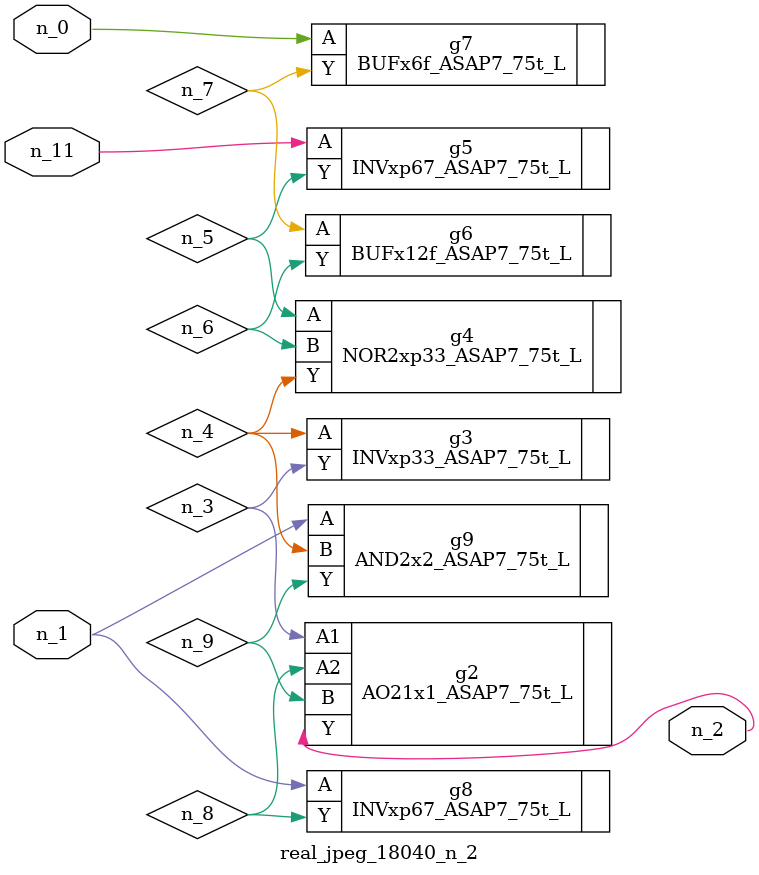
<source format=v>
module real_jpeg_18040_n_2 (n_1, n_11, n_0, n_2);

input n_1;
input n_11;
input n_0;

output n_2;

wire n_5;
wire n_8;
wire n_4;
wire n_6;
wire n_7;
wire n_3;
wire n_9;

BUFx6f_ASAP7_75t_L g7 ( 
.A(n_0),
.Y(n_7)
);

INVxp67_ASAP7_75t_L g8 ( 
.A(n_1),
.Y(n_8)
);

AND2x2_ASAP7_75t_L g9 ( 
.A(n_1),
.B(n_4),
.Y(n_9)
);

AO21x1_ASAP7_75t_L g2 ( 
.A1(n_3),
.A2(n_8),
.B(n_9),
.Y(n_2)
);

INVxp33_ASAP7_75t_L g3 ( 
.A(n_4),
.Y(n_3)
);

NOR2xp33_ASAP7_75t_L g4 ( 
.A(n_5),
.B(n_6),
.Y(n_4)
);

BUFx12f_ASAP7_75t_L g6 ( 
.A(n_7),
.Y(n_6)
);

INVxp67_ASAP7_75t_L g5 ( 
.A(n_11),
.Y(n_5)
);


endmodule
</source>
